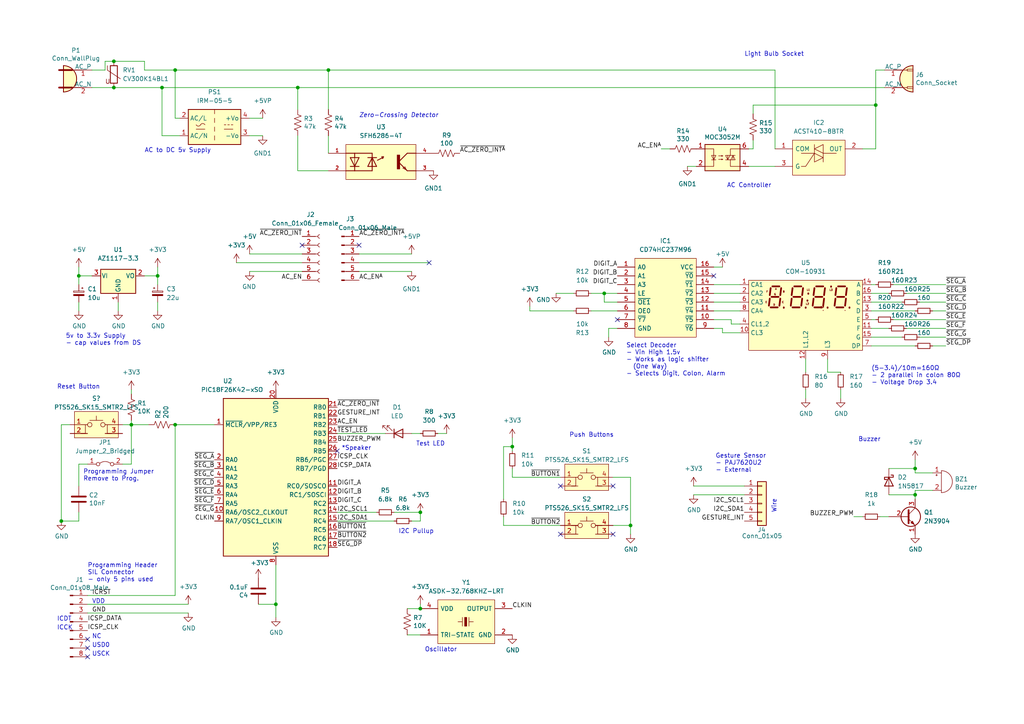
<source format=kicad_sch>
(kicad_sch (version 20210621) (generator eeschema)
  (paper "A4")
  (title_block (title "Sunrise Alarm Clock - ece411") (date "2021-11-07") (rev "V0.6"))
  (lib_symbols
    (symbol "Connector:Conn_01x06_Female" (pin_names (offset 1.016) hide)
      (property "Reference" "J" (at 0 7.62 0))
      (property "Value" "Conn_01x06_Female" (at 0 -10.16 0))
      (symbol "Conn_01x06_Female_1_1"
        (pin passive line (at -5.08 5.08 0) (length 3.81) (name "Pin_1") (number "1"))
        (pin passive line (at -5.08 2.54 0) (length 3.81) (name "Pin_2") (number "2"))
        (pin passive line (at -5.08 0 0) (length 3.81) (name "Pin_3") (number "3"))
        (pin passive line (at -5.08 -2.54 0) (length 3.81) (name "Pin_4") (number "4"))
        (pin passive line (at -5.08 -5.08 0) (length 3.81) (name "Pin_5") (number "5"))
        (pin passive line (at -5.08 -7.62 0) (length 3.81) (name "Pin_6") (number "6"))
      )
    )
    (symbol "Connector:Conn_01x06_Male" (pin_names (offset 1.016) hide)
      (property "Reference" "J" (at 0 7.62 0))
      (property "Value" "Conn_01x06_Male" (at 0 -10.16 0))
      (symbol "Conn_01x06_Male_1_1"
        (pin passive line (at 5.08 5.08 180) (length 3.81) (name "Pin_1") (number "1"))
        (pin passive line (at 5.08 2.54 180) (length 3.81) (name "Pin_2") (number "2"))
        (pin passive line (at 5.08 0 180) (length 3.81) (name "Pin_3") (number "3"))
        (pin passive line (at 5.08 -2.54 180) (length 3.81) (name "Pin_4") (number "4"))
        (pin passive line (at 5.08 -5.08 180) (length 3.81) (name "Pin_5") (number "5"))
        (pin passive line (at 5.08 -7.62 180) (length 3.81) (name "Pin_6") (number "6"))
      )
    )
    (symbol "Connector:Conn_01x08_Male" (pin_names (offset 1.016) hide)
      (property "Reference" "J" (at 0 10.16 0))
      (property "Value" "Conn_01x08_Male" (at 0 -12.7 0))
      (symbol "Conn_01x08_Male_1_1"
        (pin passive line (at 5.08 7.62 180) (length 3.81) (name "Pin_1") (number "1"))
        (pin passive line (at 5.08 5.08 180) (length 3.81) (name "Pin_2") (number "2"))
        (pin passive line (at 5.08 2.54 180) (length 3.81) (name "Pin_3") (number "3"))
        (pin passive line (at 5.08 0 180) (length 3.81) (name "Pin_4") (number "4"))
        (pin passive line (at 5.08 -2.54 180) (length 3.81) (name "Pin_5") (number "5"))
        (pin passive line (at 5.08 -5.08 180) (length 3.81) (name "Pin_6") (number "6"))
        (pin passive line (at 5.08 -7.62 180) (length 3.81) (name "Pin_7") (number "7"))
        (pin passive line (at 5.08 -10.16 180) (length 3.81) (name "Pin_8") (number "8"))
      )
    )
    (symbol "Connector:Conn_WallPlug" (pin_names (offset 0))
      (property "Reference" "P" (at -1.27 4.445 0))
      (property "Value" "Conn_WallPlug" (at -5.715 0 90))
      (symbol "Conn_WallPlug_1_1"
        (pin power_out line (at 5.08 2.54 180) (length 5.08) (name "AC_P") (number "1"))
        (pin power_out line (at 5.08 -2.54 180) (length 5.08) (name "AC_N") (number "2"))
      )
    )
    (symbol "Connector:Conn_WallSocket" (pin_names (offset 0))
      (property "Reference" "J" (at 1.27 4.445 0))
      (property "Value" "Conn_WallSocket" (at 5.08 0 90))
      (symbol "Conn_WallSocket_1_1"
        (pin power_in line (at -5.08 2.54 0) (length 5.08) (name "AC_P") (number "1"))
        (pin power_in line (at -5.08 -2.54 0) (length 5.08) (name "AC_N") (number "2"))
      )
    )
    (symbol "Connector_Generic:Conn_01x05" (pin_names (offset 1.016) hide)
      (property "Reference" "J" (at 0 7.62 0))
      (property "Value" "Conn_01x05" (at 0 -7.62 0))
      (symbol "Conn_01x05_1_1"
        (pin passive line (at -5.08 5.08 0) (length 3.81) (name "Pin_1") (number "1"))
        (pin passive line (at -5.08 2.54 0) (length 3.81) (name "Pin_2") (number "2"))
        (pin passive line (at -5.08 0 0) (length 3.81) (name "Pin_3") (number "3"))
        (pin passive line (at -5.08 -2.54 0) (length 3.81) (name "Pin_4") (number "4"))
        (pin passive line (at -5.08 -5.08 0) (length 3.81) (name "Pin_5") (number "5"))
      )
    )
    (symbol "Converter_ACDC:IRM-05-5"
      (property "Reference" "PS" (at 0 6.35 0))
      (property "Value" "IRM-05-5" (at 0 -6.35 0))
      (symbol "IRM-05-5_1_1"
        (pin power_in line (at -10.16 -2.54 0) (length 2.54) (name "AC/N") (number "1"))
        (pin power_in line (at -10.16 2.54 0) (length 2.54) (name "AC/L") (number "2"))
        (pin power_out line (at 10.16 -2.54 180) (length 2.54) (name "-Vo") (number "3"))
        (pin power_out line (at 10.16 2.54 180) (length 2.54) (name "+Vo") (number "4"))
      )
    )
    (symbol "Custom:ACST410-8BTR" (pin_names (offset 0.762))
      (property "Reference" "IC?" (at 12.7 6.731 0))
      (property "Value" "ACST410-8BTR" (at 12.7 4.4196 0))
      (symbol "ACST410-8BTR_0_0"
        (pin passive line (at 0 0 0) (length 5.08) (name "COM") (number "1"))
        (pin power_out line (at 25.4 0 180) (length 5.08) (name "OUT") (number "2"))
        (pin passive line (at 0 -5.08 0) (length 5.08) (name "G") (number "3"))
      )
    )
    (symbol "Custom:ASDK-32.768KHZ-LRT" (pin_names (offset 0.762))
      (property "Reference" "Y1" (at 19.05 7.62 0))
      (property "Value" "ASDK-32.768KHZ-LRT" (at 19.05 5.08 0))
      (symbol "ASDK-32.768KHZ-LRT_0_0"
        (pin passive line (at 0 -7.62 0) (length 5.08) (name "TRI-STATE") (number "1"))
        (pin passive line (at 26.67 -7.62 180) (length 5.08) (name "GND") (number "2"))
        (pin passive line (at 26.67 0 180) (length 5.08) (name "OUTPUT") (number "3"))
        (pin power_in line (at 0 0 0) (length 5.08) (name "VDD") (number "4"))
      )
    )
    (symbol "Custom:COM-10931"
      (property "Reference" "U" (at 1.27 19.05 0))
      (property "Value" "COM-10931" (at 26.67 19.05 0))
      (symbol "COM-10931_0_0"
        (pin input line (at -2.54 16.51 0) (length 2.54) (name "CA1") (number "1"))
        (pin input line (at -2.54 2.54 0) (length 2.54) (name "CL3") (number "10"))
        (pin output line (at 35.56 3.81 180) (length 2.54) (name "F") (number "11"))
        (pin output line (at 16.51 -5.08 90) (length 2.54) (name "L1,L2") (number "12"))
        (pin output line (at 35.56 11.43 180) (length 2.54) (name "C") (number "13"))
        (pin output line (at 35.56 16.51 180) (length 2.54) (name "A") (number "14"))
        (pin output line (at 35.56 1.27 180) (length 2.54) (name "G") (number "15"))
        (pin output line (at 35.56 13.97 180) (length 2.54) (name "B") (number "16"))
        (pin input line (at -2.54 13.97 0) (length 2.54) (name "CA2") (number "2"))
        (pin output line (at 35.56 8.89 180) (length 2.54) (name "D") (number "3"))
        (pin input line (at -2.54 5.08 0) (length 2.54) (name "CL1,2") (number "4"))
        (pin output line (at 35.56 6.35 180) (length 2.54) (name "E") (number "5"))
        (pin input line (at -2.54 11.43 0) (length 2.54) (name "CA3") (number "6"))
        (pin output line (at 35.56 -1.27 180) (length 2.54) (name "DP") (number "7"))
        (pin input line (at -2.54 8.89 0) (length 2.54) (name "CA4") (number "8"))
        (pin output line (at 22.86 -5.08 90) (length 2.54) (name "L3") (number "9"))
      )
      (symbol "COM-10931_1_0"
        (text "A" (at 7.874 15.24 0) (effects (font (size 0.508 0.508))))
        (text "B" (at 10.16 14.478 0) (effects (font (size 0.508 0.508))))
        (text "C" (at 9.906 11.43 0) (effects (font (size 0.508 0.508))))
        (text "D" (at 7.366 10.668 0) (effects (font (size 0.508 0.508))))
        (text "DP" (at 21.336 9.906 0) (effects (font (size 0.508 0.508))))
        (text "E" (at 5.08 11.43 0) (effects (font (size 0.508 0.508))))
        (text "F" (at 5.334 14.478 0) (effects (font (size 0.508 0.508))))
        (text "G" (at 7.62 13.716 0) (effects (font (size 0.508 0.508))))
        (text "L1" (at 17.272 14.986 0) (effects (font (size 0.508 0.508))))
        (text "L2" (at 17.018 10.922 0) (effects (font (size 0.508 0.508))))
        (text "L3" (at 23.876 14.986 0) (effects (font (size 0.508 0.508))))
      )
    )
    (symbol "Custom:PTS526_SK15_SMTR2_LFS" (pin_names (offset 0.762))
      (property "Reference" "S?" (at 15.24 7.62 0))
      (property "Value" "PTS526_SK15_SMTR2_LFS" (at 15.24 5.08 0))
      (symbol "PTS526_SK15_SMTR2_LFS_0_0"
        (pin passive line (at 7.62 0 0) (length 5.08) (name "") (number "1"))
        (pin passive line (at 7.62 -2.54 0) (length 5.08) (name "") (number "2"))
        (pin passive line (at 22.86 -2.54 180) (length 5.08) (name "") (number "3"))
        (pin passive line (at 22.86 0 180) (length 5.08) (name "") (number "4"))
      )
    )
    (symbol "Custom:SFH6286-4T" (pin_names (offset 1.016) hide)
      (property "Reference" "U3" (at 0 9.398 0))
      (property "Value" "SFH6286-4T" (at 0 7.0866 0))
      (symbol "SFH6286-4T_0_0"
        (pin input line (at -15.24 2.54 0) (length 5.08) (name "~") (number "1"))
        (pin output line (at -15.24 -2.54 0) (length 5.08) (name "~") (number "2"))
        (pin output line (at 15.24 -2.54 180) (length 5.08) (name "~") (number "3"))
        (pin input line (at 15.24 2.54 180) (length 5.08) (name "~") (number "4"))
      )
    )
    (symbol "Device:Buzzer" (pin_names (offset 0.0254) hide)
      (property "Reference" "BZ" (at 3.81 1.27 0))
      (property "Value" "Buzzer" (at 3.81 -1.27 0))
      (symbol "Buzzer_1_1"
        (pin passive line (at -2.54 2.54 0) (length 2.54) (name "-") (number "1"))
        (pin passive line (at -2.54 -2.54 0) (length 2.54) (name "+") (number "2"))
      )
    )
    (symbol "Device:C" (pin_numbers hide) (pin_names (offset 0.254))
      (property "Reference" "C" (at 0.635 2.54 0))
      (property "Value" "C" (at 0.635 -2.54 0))
      (symbol "C_1_1"
        (pin passive line (at 0 3.81 270) (length 2.794) (name "~") (number "1"))
        (pin passive line (at 0 -3.81 90) (length 2.794) (name "~") (number "2"))
      )
    )
    (symbol "Device:C_Polarized_Small" (pin_numbers hide) (pin_names (offset 0.254) hide)
      (property "Reference" "C" (at 0.254 1.778 0))
      (property "Value" "C_Polarized_Small" (at 0.254 -2.032 0))
      (symbol "C_Polarized_Small_1_1"
        (pin passive line (at 0 2.54 270) (length 1.8542) (name "~") (number "1"))
        (pin passive line (at 0 -2.54 90) (length 1.8542) (name "~") (number "2"))
      )
    )
    (symbol "Device:LED" (pin_numbers hide) (pin_names (offset 1.016) hide)
      (property "Reference" "D" (at 0 2.54 0))
      (property "Value" "LED" (at 0 -2.54 0))
      (symbol "LED_1_1"
        (pin passive line (at -3.81 0 0) (length 2.54) (name "K") (number "1"))
        (pin passive line (at 3.81 0 180) (length 2.54) (name "A") (number "2"))
      )
    )
    (symbol "Device:R_Small" (pin_numbers hide) (pin_names (offset 0.254) hide)
      (property "Reference" "R" (at 0.762 0.508 0))
      (property "Value" "R_Small" (at 0.762 -1.016 0))
      (symbol "R_Small_1_1"
        (pin passive line (at 0 2.54 270) (length 0.762) (name "~") (number "1"))
        (pin passive line (at 0 -2.54 90) (length 0.762) (name "~") (number "2"))
      )
    )
    (symbol "Device:R_US" (pin_numbers hide) (pin_names (offset 0))
      (property "Reference" "R" (at 2.54 0 90))
      (property "Value" "R_US" (at -2.54 0 90))
      (symbol "R_US_1_1"
        (pin passive line (at 0 3.81 270) (length 1.27) (name "~") (number "1"))
        (pin passive line (at 0 -3.81 90) (length 1.27) (name "~") (number "2"))
      )
    )
    (symbol "Device:Varistor" (pin_numbers hide) (pin_names (offset 0))
      (property "Reference" "RV" (at 3.175 0 90))
      (property "Value" "Varistor" (at -3.175 0 90))
      (symbol "Varistor_0_0"
        (text "U" (at -1.778 -2.032 0) (effects (font (size 1.27 1.27))))
      )
      (symbol "Varistor_1_1"
        (pin passive line (at 0 3.81 270) (length 1.27) (name "~") (number "1"))
        (pin passive line (at 0 -3.81 90) (length 1.27) (name "~") (number "2"))
      )
    )
    (symbol "Diode:1N5817" (pin_numbers hide) (pin_names (offset 1.016) hide)
      (property "Reference" "D" (at 0 2.54 0))
      (property "Value" "1N5817" (at 0 -2.54 0))
      (symbol "1N5817_1_1"
        (pin passive line (at -3.81 0 0) (length 2.54) (name "K") (number "1"))
        (pin passive line (at 3.81 0 180) (length 2.54) (name "A") (number "2"))
      )
    )
    (symbol "Jumper:Jumper_2_Bridged" (pin_names (offset 0) hide)
      (property "Reference" "JP" (at 0 1.905 0))
      (property "Value" "Jumper_2_Bridged" (at 0 -2.54 0))
      (symbol "Jumper_2_Bridged_1_1"
        (pin passive line (at -5.08 0 0) (length 2.54) (name "A") (number "1"))
        (pin passive line (at 5.08 0 180) (length 2.54) (name "B") (number "2"))
      )
    )
    (symbol "MCU_Microchip_PIC18:PIC18F26K22-xSO"
      (property "Reference" "U" (at -12.7 25.4 0))
      (property "Value" "PIC18F26K22-xSO" (at 12.7 25.4 0))
      (symbol "PIC18F26K22-xSO_1_1"
        (pin input line (at -17.78 15.24 0) (length 2.54) (name "~{MCLR}/VPP/RE3") (number "1"))
        (pin bidirectional line (at -17.78 -10.16 0) (length 2.54) (name "RA6/OSC2_CLKOUT") (number "10"))
        (pin bidirectional line (at 17.78 -2.54 180) (length 2.54) (name "RC0/SOSCO") (number "11"))
        (pin bidirectional line (at 17.78 -5.08 180) (length 2.54) (name "RC1/SOSCI") (number "12"))
        (pin bidirectional line (at 17.78 -7.62 180) (length 2.54) (name "RC2") (number "13"))
        (pin bidirectional line (at 17.78 -10.16 180) (length 2.54) (name "RC3") (number "14"))
        (pin bidirectional line (at 17.78 -12.7 180) (length 2.54) (name "RC4") (number "15"))
        (pin bidirectional line (at 17.78 -15.24 180) (length 2.54) (name "RC5") (number "16"))
        (pin bidirectional line (at 17.78 -17.78 180) (length 2.54) (name "RC6") (number "17"))
        (pin bidirectional line (at 17.78 -20.32 180) (length 2.54) (name "RC7") (number "18"))
        (pin passive line (at 0 -25.4 90) (length 2.54) hide (name "VSS") (number "19"))
        (pin bidirectional line (at -17.78 5.08 0) (length 2.54) (name "RA0") (number "2"))
        (pin power_in line (at 0 25.4 270) (length 2.54) (name "VDD") (number "20"))
        (pin bidirectional line (at 17.78 20.32 180) (length 2.54) (name "RB0") (number "21"))
        (pin bidirectional line (at 17.78 17.78 180) (length 2.54) (name "RB1") (number "22"))
        (pin bidirectional line (at 17.78 15.24 180) (length 2.54) (name "RB2") (number "23"))
        (pin bidirectional line (at 17.78 12.7 180) (length 2.54) (name "RB3") (number "24"))
        (pin bidirectional line (at 17.78 10.16 180) (length 2.54) (name "RB4") (number "25"))
        (pin bidirectional line (at 17.78 7.62 180) (length 2.54) (name "RB5") (number "26"))
        (pin bidirectional line (at 17.78 5.08 180) (length 2.54) (name "RB6/PGC") (number "27"))
        (pin bidirectional line (at 17.78 2.54 180) (length 2.54) (name "RB7/PGD") (number "28"))
        (pin bidirectional line (at -17.78 2.54 0) (length 2.54) (name "RA1") (number "3"))
        (pin bidirectional line (at -17.78 0 0) (length 2.54) (name "RA2") (number "4"))
        (pin bidirectional line (at -17.78 -2.54 0) (length 2.54) (name "RA3") (number "5"))
        (pin bidirectional line (at -17.78 -5.08 0) (length 2.54) (name "RA4") (number "6"))
        (pin bidirectional line (at -17.78 -7.62 0) (length 2.54) (name "RA5") (number "7"))
        (pin power_in line (at 0 -25.4 90) (length 2.54) (name "VSS") (number "8"))
        (pin bidirectional line (at -17.78 -12.7 0) (length 2.54) (name "RA7/OSC1_CLKIN") (number "9"))
      )
    )
    (symbol "Regulator_Linear:AZ1117-3.3" (pin_names (offset 0.254))
      (property "Reference" "U" (at -3.81 3.175 0))
      (property "Value" "AZ1117-3.3" (at 0 3.175 0))
      (symbol "AZ1117-3.3_1_1"
        (pin power_in line (at 0 -7.62 90) (length 2.54) (name "GND") (number "1"))
        (pin power_out line (at 7.62 0 180) (length 2.54) (name "VO") (number "2"))
        (pin power_in line (at -7.62 0 0) (length 2.54) (name "VI") (number "3"))
      )
    )
    (symbol "Relay_SolidState:MOC3052M"
      (property "Reference" "U" (at -5.334 4.826 0))
      (property "Value" "MOC3052M" (at 0 5.08 0))
      (symbol "MOC3052M_1_1"
        (pin passive line (at -7.62 2.54 0) (length 2.54) (name "~") (number "1"))
        (pin passive line (at -7.62 -2.54 0) (length 2.54) (name "~") (number "2"))
        (pin no_connect line (at -5.08 0 0) (length 2.54) hide (name "NC") (number "3"))
        (pin passive line (at 7.62 -2.54 180) (length 2.54) (name "~") (number "4"))
        (pin no_connect line (at 5.08 0 180) (length 2.54) hide (name "NC") (number "5"))
        (pin passive line (at 7.62 2.54 180) (length 2.54) (name "~") (number "6"))
      )
    )
    (symbol "SamacSys_Parts:CD74HC237M96" (pin_names (offset 0.762))
      (property "Reference" "IC" (at 5.08 6.35 0))
      (property "Value" "CD74HC237M96" (at 5.08 3.81 0))
      (symbol "CD74HC237M96_0_0"
        (pin passive line (at 0 0 0) (length 5.08) (name "A0") (number "1"))
        (pin passive line (at 27.94 -15.24 180) (length 5.08) (name "~{Y5}") (number "10"))
        (pin passive line (at 27.94 -12.7 180) (length 5.08) (name "~{Y4}") (number "11"))
        (pin passive line (at 27.94 -10.16 180) (length 5.08) (name "~{Y3}") (number "12"))
        (pin passive line (at 27.94 -7.62 180) (length 5.08) (name "~{Y2}") (number "13"))
        (pin passive line (at 27.94 -5.08 180) (length 5.08) (name "~{Y1}") (number "14"))
        (pin passive line (at 27.94 -2.54 180) (length 5.08) (name "~{Y0}") (number "15"))
        (pin passive line (at 27.94 0 180) (length 5.08) (name "VCC") (number "16"))
        (pin passive line (at 0 -2.54 0) (length 5.08) (name "A1") (number "2"))
        (pin passive line (at 0 -5.08 0) (length 5.08) (name "A3") (number "3"))
        (pin passive line (at 0 -7.62 0) (length 5.08) (name "LE") (number "4"))
        (pin passive line (at 0 -10.16 0) (length 5.08) (name "~{OE1}") (number "5"))
        (pin passive line (at 0 -12.7 0) (length 5.08) (name "OE0") (number "6"))
        (pin passive line (at 0 -15.24 0) (length 5.08) (name "~{Y7}") (number "7"))
        (pin passive line (at 0 -17.78 0) (length 5.08) (name "GND") (number "8"))
        (pin passive line (at 27.94 -17.78 180) (length 5.08) (name "~{Y6}") (number "9"))
      )
    )
    (symbol "Transistor_BJT:2N3904" (pin_names (offset 0) hide)
      (property "Reference" "Q" (at 5.08 1.905 0))
      (property "Value" "2N3904" (at 5.08 0 0))
      (symbol "2N3904_1_1"
        (pin passive line (at 2.54 -5.08 90) (length 2.54) (name "E") (number "1"))
        (pin passive line (at -5.08 0 0) (length 5.715) (name "B") (number "2"))
        (pin passive line (at 2.54 5.08 270) (length 2.54) (name "C") (number "3"))
      )
    )
    (symbol "power:+3.3V" (power) (pin_names (offset 0))
      (property "Value" "+3.3V" (at 0 3.556 0))
      (symbol "+3.3V_1_1"
        (pin power_in line (at 0 0 90) (length 0) hide (name "+3V3") (number "1"))
      )
    )
    (symbol "power:+5V" (power) (pin_names (offset 0))
      (property "Value" "+5V" (at 0 3.556 0))
      (symbol "+5V_1_1"
        (pin power_in line (at 0 0 90) (length 0) hide (name "+5V") (number "1"))
      )
    )
    (symbol "power:+5VP" (power) (pin_names (offset 0))
      (property "Value" "+5VP" (at 0 3.556 0))
      (symbol "+5VP_1_1"
        (pin power_in line (at 0 0 90) (length 0) hide (name "+5VP") (number "1"))
      )
    )
    (symbol "power:GND" (power) (pin_names (offset 0))
      (property "Value" "GND" (at 0 -3.81 0))
      (symbol "GND_1_1"
        (pin power_in line (at 0 0 270) (length 0) hide (name "GND") (number "1"))
      )
    )
    (symbol "power:GND1" (power) (pin_names (offset 0))
      (property "Value" "GND1" (at 0 -3.81 0))
      (symbol "GND1_1_1"
        (pin power_in line (at 0 0 270) (length 0) hide (name "GND1") (number "1"))
      )
    )
  )
  (junction (at 95.25 20.32))
  (junction (at 50.8 123.19))
  (junction (at 121.92 148.59))
  (junction (at 38.1 123.19))
  (junction (at 265.43 135.89))
  (junction (at 80.01 175.26))
  (junction (at 17.78 151.13))
  (junction (at 50.8 20.32))
  (junction (at 45.72 80.01))
  (junction (at 22.86 80.01))
  (junction (at 46.99 25.4))
  (junction (at 148.59 129.54))
  (junction (at 121.92 176.53))
  (junction (at 182.88 152.4))
  (junction (at 175.26 85.09))
  (junction (at 33.02 25.4))
  (junction (at 265.43 143.51))
  (junction (at 33.02 17.78))
  (junction (at 86.36 25.4))
  (junction (at 254 30.48))
  (no_connect (at 97.79 130.81))
  (no_connect (at 25.4 190.5))
  (no_connect (at 179.07 92.71))
  (no_connect (at 104.14 71.12))
  (no_connect (at 87.63 71.12))
  (no_connect (at 124.46 76.2))
  (no_connect (at 25.4 187.96))
  (no_connect (at 25.4 185.42))
  (no_connect (at 207.01 80.01))
  (no_connect (at 177.8 140.97))
  (no_connect (at 177.8 154.94))
  (no_connect (at 162.56 154.94))
  (no_connect (at 162.56 140.97))
  (wire (pts (xy 22.86 151.13) (xy 17.78 151.13)))
  (wire (pts (xy 104.14 76.2) (xy 124.46 76.2)))
  (wire (pts (xy 179.07 90.17) (xy 171.45 90.17)))
  (wire (pts (xy 38.1 134.62) (xy 38.1 123.19)))
  (wire (pts (xy 22.86 151.13) (xy 22.86 148.59)))
  (wire (pts (xy 252.73 82.55) (xy 254 82.55)))
  (wire (pts (xy 209.55 77.47) (xy 207.01 77.47)))
  (wire (pts (xy 17.78 123.19) (xy 17.78 151.13)))
  (wire (pts (xy 252.73 95.25) (xy 257.81 95.25)))
  (wire (pts (xy 252.73 85.09) (xy 257.81 85.09)))
  (wire (pts (xy 30.48 17.78) (xy 30.48 20.32)))
  (wire (pts (xy 22.86 80.01) (xy 26.67 80.01)))
  (wire (pts (xy 22.86 80.01) (xy 22.86 82.55)))
  (wire (pts (xy 22.86 87.63) (xy 22.86 90.17)))
  (wire (pts (xy 255.27 149.86) (xy 257.81 149.86)))
  (wire (pts (xy 87.63 78.74) (xy 72.39 78.74)))
  (wire (pts (xy 257.81 143.51) (xy 265.43 143.51)))
  (wire (pts (xy 207.01 85.09) (xy 214.63 85.09)))
  (wire (pts (xy 240.03 107.95) (xy 243.84 107.95)))
  (wire (pts (xy 118.11 176.53) (xy 121.92 176.53)))
  (wire (pts (xy 207.01 87.63) (xy 214.63 87.63)))
  (wire (pts (xy 252.73 92.71) (xy 254 92.71)))
  (wire (pts (xy 52.07 34.29) (xy 50.8 34.29)))
  (wire (pts (xy 25.4 177.8) (xy 54.61 177.8)))
  (wire (pts (xy 87.63 73.66) (xy 72.39 73.66)))
  (wire (pts (xy 262.89 85.09) (xy 274.32 85.09)))
  (wire (pts (xy 33.02 17.78) (xy 41.91 17.78)))
  (wire (pts (xy 30.48 17.78) (xy 33.02 17.78)))
  (wire (pts (xy 34.29 87.63) (xy 34.29 90.17)))
  (wire (pts (xy 201.168 140.97) (xy 215.9 140.97)))
  (wire (pts (xy 201.168 143.51) (xy 215.9 143.51)))
  (wire (pts (xy 207.01 90.17) (xy 214.63 90.17)))
  (wire (pts (xy 247.65 149.86) (xy 250.19 149.86)))
  (wire (pts (xy 50.8 123.19) (xy 50.8 172.72)))
  (wire (pts (xy 95.25 49.53) (xy 86.36 49.53)))
  (wire (pts (xy 254 20.32) (xy 256.54 20.32)))
  (wire (pts (xy 104.14 78.74) (xy 119.38 78.74)))
  (wire (pts (xy 38.1 114.3) (xy 38.1 113.03)))
  (wire (pts (xy 38.1 123.19) (xy 43.18 123.19)))
  (wire (pts (xy 148.59 127) (xy 148.59 129.54)))
  (wire (pts (xy 148.59 129.54) (xy 148.59 130.81)))
  (wire (pts (xy 41.91 80.01) (xy 45.72 80.01)))
  (wire (pts (xy 45.72 80.01) (xy 45.72 82.55)))
  (wire (pts (xy 45.72 87.63) (xy 45.72 90.17)))
  (wire (pts (xy 50.8 123.19) (xy 62.23 123.19)))
  (wire (pts (xy 153.67 90.17) (xy 153.67 88.9)))
  (wire (pts (xy 259.08 92.71) (xy 274.32 92.71)))
  (wire (pts (xy 80.01 175.26) (xy 80.01 163.83)))
  (wire (pts (xy 22.86 134.62) (xy 25.4 134.62)))
  (wire (pts (xy 104.14 73.66) (xy 119.38 73.66)))
  (wire (pts (xy 182.88 154.94) (xy 182.88 152.4)))
  (wire (pts (xy 270.51 90.17) (xy 274.32 90.17)))
  (wire (pts (xy 118.11 184.15) (xy 121.92 184.15)))
  (wire (pts (xy 179.07 95.25) (xy 176.53 95.25)))
  (wire (pts (xy 176.53 95.25) (xy 176.53 97.79)))
  (wire (pts (xy 265.43 135.89) (xy 265.43 137.16)))
  (wire (pts (xy 265.43 137.16) (xy 270.51 137.16)))
  (wire (pts (xy 265.43 133.35) (xy 265.43 135.89)))
  (wire (pts (xy 95.25 44.45) (xy 95.25 39.37)))
  (wire (pts (xy 175.26 87.63) (xy 179.07 87.63)))
  (wire (pts (xy 175.26 85.09) (xy 175.26 87.63)))
  (wire (pts (xy 233.68 104.14) (xy 233.68 107.95)))
  (wire (pts (xy 217.17 48.26) (xy 224.79 48.26)))
  (wire (pts (xy 35.56 123.19) (xy 38.1 123.19)))
  (wire (pts (xy 95.25 31.75) (xy 95.25 20.32)))
  (wire (pts (xy 17.78 123.19) (xy 20.32 123.19)))
  (wire (pts (xy 41.91 17.78) (xy 41.91 20.32)))
  (wire (pts (xy 212.09 92.71) (xy 212.09 93.98)))
  (wire (pts (xy 212.09 93.98) (xy 214.63 93.98)))
  (wire (pts (xy 207.01 92.71) (xy 212.09 92.71)))
  (wire (pts (xy 74.93 175.26) (xy 80.01 175.26)))
  (wire (pts (xy 153.67 90.17) (xy 166.37 90.17)))
  (wire (pts (xy 270.51 100.33) (xy 274.32 100.33)))
  (wire (pts (xy 218.44 43.18) (xy 218.44 40.64)))
  (wire (pts (xy 209.55 96.52) (xy 214.63 96.52)))
  (wire (pts (xy 22.86 134.62) (xy 22.86 140.97)))
  (wire (pts (xy 243.84 113.03) (xy 243.84 115.57)))
  (wire (pts (xy 25.4 172.72) (xy 50.8 172.72)))
  (wire (pts (xy 191.77 43.18) (xy 194.31 43.18)))
  (wire (pts (xy 252.73 97.79) (xy 261.62 97.79)))
  (wire (pts (xy 121.92 148.59) (xy 121.92 151.13)))
  (wire (pts (xy 46.99 39.37) (xy 46.99 25.4)))
  (wire (pts (xy 97.79 151.13) (xy 114.3 151.13)))
  (wire (pts (xy 119.38 151.13) (xy 121.92 151.13)))
  (wire (pts (xy 201.93 48.26) (xy 199.39 48.26)))
  (wire (pts (xy 240.03 104.14) (xy 240.03 107.95)))
  (wire (pts (xy 97.79 148.59) (xy 109.22 148.59)))
  (wire (pts (xy 114.3 148.59) (xy 121.92 148.59)))
  (wire (pts (xy 121.92 175.26) (xy 121.92 176.53)))
  (wire (pts (xy 33.02 25.4) (xy 46.99 25.4)))
  (wire (pts (xy 266.7 87.63) (xy 274.32 87.63)))
  (wire (pts (xy 119.38 125.73) (xy 121.92 125.73)))
  (wire (pts (xy 97.79 125.73) (xy 111.76 125.73)))
  (wire (pts (xy 45.72 77.47) (xy 45.72 80.01)))
  (wire (pts (xy 209.55 96.52) (xy 209.55 95.25)))
  (wire (pts (xy 209.55 95.25) (xy 207.01 95.25)))
  (wire (pts (xy 262.89 95.25) (xy 274.32 95.25)))
  (wire (pts (xy 217.17 43.18) (xy 218.44 43.18)))
  (wire (pts (xy 86.36 49.53) (xy 86.36 39.37)))
  (wire (pts (xy 72.39 34.29) (xy 76.2 34.29)))
  (wire (pts (xy 266.7 97.79) (xy 274.32 97.79)))
  (wire (pts (xy 252.73 87.63) (xy 261.62 87.63)))
  (wire (pts (xy 30.48 20.32) (xy 26.67 20.32)))
  (wire (pts (xy 207.01 82.55) (xy 214.63 82.55)))
  (wire (pts (xy 161.29 85.09) (xy 166.37 85.09)))
  (wire (pts (xy 80.01 179.07) (xy 80.01 175.26)))
  (wire (pts (xy 218.44 33.02) (xy 218.44 30.48)))
  (wire (pts (xy 218.44 30.48) (xy 254 30.48)))
  (wire (pts (xy 257.81 135.89) (xy 265.43 135.89)))
  (wire (pts (xy 86.36 25.4) (xy 256.54 25.4)))
  (wire (pts (xy 46.99 25.4) (xy 86.36 25.4)))
  (wire (pts (xy 68.58 76.2) (xy 87.63 76.2)))
  (wire (pts (xy 52.07 39.37) (xy 46.99 39.37)))
  (wire (pts (xy 250.19 43.18) (xy 254 43.18)))
  (wire (pts (xy 177.8 138.43) (xy 182.88 138.43)))
  (wire (pts (xy 182.88 138.43) (xy 182.88 152.4)))
  (wire (pts (xy 182.88 152.4) (xy 177.8 152.4)))
  (wire (pts (xy 26.67 25.4) (xy 33.02 25.4)))
  (wire (pts (xy 50.8 34.29) (xy 50.8 20.32)))
  (wire (pts (xy 252.73 90.17) (xy 265.43 90.17)))
  (wire (pts (xy 95.25 20.32) (xy 224.79 20.32)))
  (wire (pts (xy 41.91 20.32) (xy 50.8 20.32)))
  (wire (pts (xy 50.8 20.32) (xy 95.25 20.32)))
  (wire (pts (xy 254 30.48) (xy 254 20.32)))
  (wire (pts (xy 254 43.18) (xy 254 30.48)))
  (wire (pts (xy 233.68 113.03) (xy 233.68 115.57)))
  (wire (pts (xy 35.56 134.62) (xy 38.1 134.62)))
  (wire (pts (xy 25.4 175.26) (xy 54.61 175.26)))
  (wire (pts (xy 148.59 129.54) (xy 146.05 129.54)))
  (wire (pts (xy 146.05 129.54) (xy 146.05 144.78)))
  (wire (pts (xy 179.07 85.09) (xy 175.26 85.09)))
  (wire (pts (xy 175.26 85.09) (xy 171.45 85.09)))
  (wire (pts (xy 86.36 31.75) (xy 86.36 25.4)))
  (wire (pts (xy 38.1 123.19) (xy 38.1 121.92)))
  (wire (pts (xy 224.79 43.18) (xy 224.79 20.32)))
  (wire (pts (xy 22.86 77.47) (xy 22.86 80.01)))
  (wire (pts (xy 270.51 142.24) (xy 265.43 142.24)))
  (wire (pts (xy 265.43 142.24) (xy 265.43 143.51)))
  (wire (pts (xy 265.43 143.51) (xy 265.43 144.78)))
  (wire (pts (xy 146.05 152.4) (xy 162.56 152.4)))
  (wire (pts (xy 146.05 149.86) (xy 146.05 152.4)))
  (wire (pts (xy 127 125.73) (xy 129.54 125.73)))
  (wire (pts (xy 252.73 100.33) (xy 265.43 100.33)))
  (wire (pts (xy 259.08 82.55) (xy 274.32 82.55)))
  (wire (pts (xy 148.59 138.43) (xy 162.56 138.43)))
  (wire (pts (xy 148.59 135.89) (xy 148.59 138.43)))
  (wire (pts (xy 72.39 39.37) (xy 76.2 39.37)))
  (text "Select Decoder\n- Vin High 1.5v\n- Works as logic shifter\n  (One Way)\n- Selects Digit, Colon, Alarm" (at 181.61 109.22 0) (effects (font (size 1.27 1.27)) (justify left bottom)))
  (text "USD0" (at 26.67 187.96 0) (effects (font (size 1.27 1.27)) (justify left bottom)))
  (text "VDD" (at 26.67 175.26 0) (effects (font (size 1.27 1.27)) (justify left bottom)))
  (text "Test LED" (at 120.65 129.54 0) (effects (font (size 1.27 1.27)) (justify left bottom)))
  (text "Buzzer" (at 248.92 128.27 0) (effects (font (size 1.27 1.27)) (justify left bottom)))
  (text "Reset Button" (at 16.51 113.03 0) (effects (font (size 1.27 1.27)) (justify left bottom)))
  (text "Gesture Sensor\n- PAJ7620U2\n- External" (at 207.518 137.16 0) (effects (font (size 1.27 1.27)) (justify left bottom)))
  (text "Light Bulb Socket" (at 215.9 16.51 0) (effects (font (size 1.27 1.27)) (justify left bottom)))
  (text "*Speaker" (at 99.06 130.81 0) (effects (font (size 1.27 1.27)) (justify left bottom)))
  (text "Oscillator" (at 123.19 189.23 0) (effects (font (size 1.27 1.27)) (justify left bottom)))
  (text "ICDT" (at 16.51 180.34 0) (effects (font (size 1.27 1.27)) (justify left bottom)))
  (text "USCK" (at 26.67 190.5 0) (effects (font (size 1.27 1.27)) (justify left bottom)))
  (text "Programming Jumper\nRemove to Prog." (at 24.13 139.7 0) (effects (font (size 1.27 1.27)) (justify left bottom)))
  (text "AC to DC 5v Supply" (at 41.91 44.45 0) (effects (font (size 1.27 1.27)) (justify left bottom)))
  (text "Zero-Crossing Detector" (at 104.14 34.29 0) (effects (font (size 1.27 1.27) italic) (justify left bottom)))
  (text "Wire" (at 225.298 148.844 90) (effects (font (size 1.27 1.27)) (justify left bottom)))
  (text "Programming Header\nSIL Connector\n- only 5 pins used" (at 25.4 168.91 0) (effects (font (size 1.27 1.27)) (justify left bottom)))
  (text "I2C Pullup" (at 115.57 154.94 0) (effects (font (size 1.27 1.27)) (justify left bottom)))
  (text "(5-3.4)/10m=160Ω\n- 2 parallel in colon 80Ω\n- Voltage Drop 3.4\n" (at 252.73 111.76 0) (effects (font (size 1.27 1.27)) (justify left bottom)))
  (text "Push Buttons" (at 165.1 127 0) (effects (font (size 1.27 1.27)) (justify left bottom)))
  (text "NC" (at 26.67 185.42 0) (effects (font (size 1.27 1.27)) (justify left bottom)))
  (text "5v to 3.3v Supply\n- cap values from DS" (at 19.05 100.33 0) (effects (font (size 1.27 1.27)) (justify left bottom)))
  (text "AC Controller" (at 210.82 54.61 0) (effects (font (size 1.27 1.27)) (justify left bottom)))
  (text "ICCK" (at 16.51 182.88 0) (effects (font (size 1.27 1.27)) (justify left bottom)))
  (label "~{BUTTON1}" (at 97.79 153.67 0))
  (label "I2C_SDA1" (at 97.79 151.13 0))
  (label "I2C_SDA1" (at 215.9 148.59 180))
  (label "DIGIT_C" (at 97.79 146.05 0))
  (label "CLKIN" (at 62.23 151.13 180))
  (label "~{AC_ZERO_INT}" (at 97.79 118.11 0))
  (label "~{SEG_G}" (at 62.23 148.59 180))
  (label "~{SEG_F}" (at 274.32 95.25 0))
  (label "I2C_SCL1" (at 215.9 146.05 180))
  (label "~{AC_ZERO_INT^{A}}" (at 133.35 44.45 0))
  (label "~{SEG_E}" (at 62.23 143.51 180))
  (label "GESTURE_INT" (at 215.9 151.13 180))
  (label "DIGIT_B" (at 97.79 143.51 0))
  (label "~{SEG_G}" (at 274.32 97.79 0))
  (label "~{AC_ZERO_INT}" (at 87.63 68.58 180))
  (label "DIGIT_B" (at 179.07 80.01 180))
  (label "ICSP_CLK" (at 97.79 133.35 0))
  (label "ICSP_DATA" (at 97.79 135.89 0))
  (label "ICRST" (at 26.67 172.72 0))
  (label "DIGIT_A" (at 179.07 77.47 180))
  (label "~{BUTTON1}" (at 162.56 138.43 180))
  (label "~{BUTTON2}" (at 97.79 156.21 0))
  (label "~{SEG_A}" (at 62.23 133.35 180))
  (label "~{SEG_DP}" (at 97.79 158.75 0))
  (label "DIGIT_C" (at 179.07 82.55 180))
  (label "~{SEG_E}" (at 274.32 92.71 0))
  (label "~{BUTTON2}" (at 162.56 152.4 180))
  (label "AC_EN" (at 97.79 123.19 0))
  (label "~{SEG_B}" (at 62.23 135.89 180))
  (label "~{TEST_LED}" (at 97.79 125.73 0))
  (label "~{SEG_F}" (at 62.23 146.05 180))
  (label "GND" (at 26.67 177.8 0))
  (label "AC_EN^{A}" (at 191.77 43.18 180))
  (label "GESTURE_INT" (at 97.79 120.65 0))
  (label "~{SEG_C}" (at 274.32 87.63 0))
  (label "~{AC_ZERO_INT^{A}}" (at 104.14 68.58 0))
  (label "ICSP_DATA" (at 25.4 180.34 0))
  (label "CLKIN" (at 148.59 176.53 0))
  (label "ICSP_CLK" (at 25.4 182.88 0))
  (label "~{SEG_A}" (at 274.32 82.55 0))
  (label "~{SEG_C}" (at 62.23 138.43 180))
  (label "AC_EN" (at 87.63 81.28 180))
  (label "AC_EN^{A}" (at 104.14 81.28 0))
  (label "~{SEG_B}" (at 274.32 85.09 0))
  (label "DIGIT_A" (at 97.79 140.97 0))
  (label "BUZZER_PWM" (at 97.79 128.27 0))
  (label "~{SEG_D}" (at 62.23 140.97 180))
  (label "BUZZER_PWM" (at 247.65 149.86 180))
  (label "~{SEG_D}" (at 274.32 90.17 0))
  (label "~{SEG_DP}" (at 274.32 100.33 0))
  (label "I2C_SCL1" (at 97.79 148.59 0))
  (symbol (lib_id "MCU_Microchip_PIC18:PIC18F26K22-xSO") (at 80.01 138.43 0) (unit 1)
    (property "Reference" "U2" (at 66.04 110.49 0))
    (property "Value" "PIC18F26K42-xSO" (at 67.31 113.03 0))
    (property "Footprint" "Package_SO:SOIC-28W_7.5x17.9mm_P1.27mm" (effects hide))
    (property "Datasheet" "http://ww1.microchip.com/downloads/en/DeviceDoc/40001412G.pdf" (effects hide))
  )
  (symbol (lib_id "Relay_SolidState:MOC3052M") (at 209.55 45.72 0) (unit 1)
    (property "Reference" "U4" (at 209.55 37.465 0))
    (property "Value" "MOC3052M" (at 209.55 39.7764 0))
    (property "Datasheet" "https://www.onsemi.com/pub/Collateral/MOC3052M-D.PDF" (effects hide))
  )
  (symbol (lib_id "Connector:Conn_WallPlug") (at 21.59 22.86 0) (unit 1)
    (property "Reference" "P1" (at 22.0218 14.605 0))
    (property "Value" "Conn_WallPlug" (at 22.0218 16.9164 0))
  )
  (symbol (lib_id "Connector:Conn_WallSocket") (at 261.62 22.86 0) (unit 1)
    (property "Reference" "J6" (at 265.5316 21.6916 0) (effects (justify left)))
    (property "Value" "Conn_Socket" (at 265.5316 24.003 0) (effects (justify left)))
  )
  (symbol (lib_id "Device:R_US") (at 38.1 118.11 0) (unit 1)
    (property "Reference" "R1" (at 39.8272 116.9416 0) (effects (justify left)))
    (property "Value" "10K" (at 39.8272 119.253 0) (effects (justify left)))
  )
  (symbol (lib_id "Device:Buzzer") (at 273.05 139.7 0) (unit 1)
    (property "Reference" "BZ1" (at 276.9108 138.9634 0) (effects (justify left)))
    (property "Value" "Buzzer" (at 276.9108 141.2748 0) (effects (justify left)))
  )
  (symbol (lib_id "Device:C") (at 22.86 144.78 0) (unit 1)
    (property "Reference" "C2" (at 25.781 143.6116 0) (effects (justify left)))
    (property "Value" "10nF" (at 25.781 145.923 0) (effects (justify left)))
  )
  (symbol (lib_id "power:GND") (at 17.78 151.13 0) (unit 1)
    (property "Reference" "#PWR01" (effects hide))
    (property "Value" "GND" (at 17.907 155.5242 0))
  )
  (symbol (lib_id "Device:R_US") (at 218.44 36.83 0) (unit 1)
    (property "Reference" "R15" (at 220.1672 35.6616 0) (effects (justify left)))
    (property "Value" "330" (at 220.1672 37.973 0) (effects (justify left)))
  )
  (symbol (lib_id "Device:R_US") (at 198.12 43.18 270) (unit 1)
    (property "Reference" "R14" (at 198.12 37.973 90))
    (property "Value" "330" (at 198.12 40.2844 90))
  )
  (symbol (lib_id "Device:R_US") (at 86.36 35.56 0) (unit 1)
    (property "Reference" "R3" (at 88.0872 34.3916 0) (effects (justify left)))
    (property "Value" "47k" (at 88.0872 36.703 0) (effects (justify left)))
  )
  (symbol (lib_id "Device:R_US") (at 95.25 35.56 0) (unit 1)
    (property "Reference" "R4" (at 96.9772 34.3916 0) (effects (justify left)))
    (property "Value" "47k" (at 96.9772 36.703 0) (effects (justify left)))
  )
  (symbol (lib_id "Device:R_US") (at 129.54 44.45 270) (unit 1)
    (property "Reference" "R9" (at 129.54 39.243 90))
    (property "Value" "100" (at 129.54 41.5544 90))
  )
  (symbol (lib_id "Connector:Conn_01x08_Male") (at 20.32 180.34 0) (unit 1)
    (property "Reference" "J1" (at 23.0632 168.1226 0))
    (property "Value" "Conn_01x08_Male" (at 23.0632 170.434 0))
  )
  (symbol (lib_id "Device:C") (at 74.93 171.45 180) (unit 1)
    (property "Reference" "C4" (at 72.009 172.6184 0) (effects (justify left)))
    (property "Value" "0.1uF" (at 72.009 170.307 0) (effects (justify left)))
  )
  (symbol (lib_id "power:+3.3V") (at 74.93 167.64 0) (unit 1)
    (property "Reference" "#PWR013" (effects hide))
    (property "Value" "+5V" (at 75.311 163.2458 0))
  )
  (symbol (lib_id "power:GND") (at 80.01 179.07 0) (unit 1)
    (property "Reference" "#PWR017" (effects hide))
    (property "Value" "GND" (at 80.137 183.4642 0))
  )
  (symbol (lib_id "Device:R_US") (at 46.99 123.19 90) (unit 1)
    (property "Reference" "R2" (at 45.8216 121.4628 0) (effects (justify left)))
    (property "Value" "200" (at 48.133 121.4628 0) (effects (justify left)))
  )
  (symbol (lib_id "power:GND") (at 54.61 177.8 0) (unit 1)
    (property "Reference" "#PWR09" (effects hide))
    (property "Value" "GND" (at 54.737 182.1942 0))
  )
  (symbol (lib_id "Device:R_Small") (at 168.91 85.09 270) (unit 1)
    (property "Reference" "R12" (at 168.91 78.74 90))
    (property "Value" "10k" (at 168.91 81.28 90))
  )
  (symbol (lib_id "power:+5VP") (at 76.2 34.29 0) (unit 1)
    (property "Reference" "#PWR0102" (effects hide))
    (property "Value" "+5VP" (at 76.2 29.21 0))
  )
  (symbol (lib_id "Device:R_Small") (at 233.68 110.49 0) (unit 1)
    (property "Reference" "R16" (at 236.22 109.2199 0) (effects (justify left)))
    (property "Value" "80" (at 236.22 111.7599 0) (effects (justify left)))
  )
  (symbol (lib_id "Device:R_Small") (at 264.16 87.63 270) (unit 1)
    (property "Reference" "R23" (at 264.16 81.28 90))
    (property "Value" "160" (at 264.16 83.82 90))
  )
  (symbol (lib_id "Device:LED") (at 115.57 125.73 0) (mirror x) (unit 1)
    (property "Reference" "D1" (at 115.189 118.11 0))
    (property "Value" "LED" (at 115.189 120.65 0))
  )
  (symbol (lib_id "power:GND") (at 182.88 154.94 0) (unit 1)
    (property "Reference" "#PWR028" (effects hide))
    (property "Value" "GND" (at 183.007 159.3342 0))
  )
  (symbol (lib_id "power:+3.3V") (at 68.58 76.2 0) (unit 1)
    (property "Reference" "#PWR010" (effects hide))
    (property "Value" "+3.3V" (at 68.58 71.12 0))
  )
  (symbol (lib_id "Custom:COM-10931") (at 217.17 99.06 0) (unit 1)
    (property "Reference" "U5" (at 233.68 76.2 0))
    (property "Value" "COM-10931" (at 233.68 78.74 0))
    (property "Datasheet" "http://cdn.sparkfun.com/datasheets/Components/LED/ATA3492BW_2.pdf" (effects hide))
  )
  (symbol (lib_id "Device:R_Small") (at 148.59 133.35 180) (unit 1)
    (property "Reference" "R11" (at 151.13 132.0799 0) (effects (justify right)))
    (property "Value" "10k" (at 151.13 134.6199 0) (effects (justify right)))
  )
  (symbol (lib_id "Device:R_Small") (at 243.84 110.49 180) (unit 1)
    (property "Reference" "R17" (at 246.38 109.2199 0) (effects (justify right)))
    (property "Value" "160" (at 246.38 111.7599 0) (effects (justify right)))
  )
  (symbol (lib_id "power:GND") (at 233.68 115.57 0) (unit 1)
    (property "Reference" "#PWR034" (effects hide))
    (property "Value" "GND" (at 233.807 119.9642 0))
  )
  (symbol (lib_id "Device:R_Small") (at 260.35 95.25 270) (unit 1)
    (property "Reference" "R22" (at 260.35 88.9 90))
    (property "Value" "160" (at 260.35 91.44 90))
  )
  (symbol (lib_id "Diode:1N5817") (at 257.81 139.7 270) (unit 1)
    (property "Reference" "D2" (at 260.35 138.4299 90) (effects (justify left)))
    (property "Value" "1N5817" (at 260.35 140.9699 90) (effects (justify left)))
    (property "Footprint" "Diode_THT:D_DO-41_SOD81_P10.16mm_Horizontal" (effects hide))
    (property "Datasheet" "http://www.vishay.com/docs/88525/1n5817.pdf" (effects hide))
  )
  (symbol (lib_id "Device:R_Small") (at 116.84 151.13 90) (unit 1)
    (property "Reference" "R6" (at 116.84 144.78 90))
    (property "Value" "6.8k" (at 116.84 147.32 90))
  )
  (symbol (lib_id "power:GND") (at 45.72 90.17 0) (unit 1)
    (property "Reference" "#PWR07" (effects hide))
    (property "Value" "GND" (at 45.847 94.5642 0))
  )
  (symbol (lib_id "Device:R_Small") (at 252.73 149.86 90) (unit 1)
    (property "Reference" "R18" (at 252.73 143.51 90))
    (property "Value" "1k" (at 252.73 146.05 90))
  )
  (symbol (lib_id "power:GND") (at 72.39 78.74 0) (mirror y) (unit 1)
    (property "Reference" "#PWR012" (effects hide))
    (property "Value" "GND" (at 72.263 83.1342 0))
  )
  (symbol (lib_id "Custom:SFH6286-4T") (at 110.49 46.99 0) (unit 1)
    (property "Reference" "U3" (at 110.49 36.83 0))
    (property "Value" "SFH6286-4T" (at 110.49 39.37 0))
    (property "Footprint" "SOIC254P977X460-4N" (effects hide))
    (property "MANUFACTURER" "Vishay" (effects hide))
  )
  (symbol (lib_id "Connector:Conn_01x06_Female") (at 92.71 73.66 0) (unit 1)
    (property "Reference" "J2" (at 88.9 62.2299 0) (effects (justify left)))
    (property "Value" "Conn_01x06_Female" (at 78.74 64.7699 0) (effects (justify left)))
  )
  (symbol (lib_id "Device:R_Small") (at 267.97 100.33 270) (unit 1)
    (property "Reference" "R26" (at 267.97 93.98 90))
    (property "Value" "160" (at 267.97 96.52 90))
  )
  (symbol (lib_id "Custom:ACST410-8BTR") (at 224.79 43.18 0) (unit 1)
    (property "Reference" "IC2" (at 237.49 35.56 0))
    (property "Value" "ACST410-8BTR" (at 237.49 38.1 0))
    (property "Footprint" "ACST4108BTR" (effects hide))
    (property "Datasheet" "https://www.st.com/resource/en/datasheet/acst4.pdf" (effects hide))
    (property "Description" "STMicroelectronics, ACST410-8BTR, TRIAC, 800V 4A, Gate Trigger 1V 10mA, 3-Pin DPAK" (effects hide))
    (property "Height" "2.4" (effects hide))
    (property "Manufacturer_Name" "STMicroelectronics" (effects hide))
    (property "Manufacturer_Part_Number" "ACST410-8BTR" (effects hide))
    (property "Mouser Part Number" "511-ACST410-8BTR" (effects hide))
    (property "Mouser Price/Stock" "https://www.mouser.co.uk/ProductDetail/STMicroelectronics/ACST410-8BTR?qs=SAP8%252B8699SA4xcwG%252BvoKnA%3D%3D" (effects hide))
    (property "Arrow Part Number" "ACST410-8BTR" (effects hide))
    (property "Arrow Price/Stock" "https://www.arrow.com/en/products/acst410-8btr/stmicroelectronics" (effects hide))
  )
  (symbol (lib_id "power:+5V") (at 209.55 77.47 0) (unit 1)
    (property "Reference" "#PWR033" (effects hide))
    (property "Value" "+5V" (at 209.55 73.66 0))
  )
  (symbol (lib_id "power:+3.3V") (at 148.59 127 0) (unit 1)
    (property "Reference" "#PWR024" (effects hide))
    (property "Value" "+3.3V" (at 148.59 121.92 0))
  )
  (symbol (lib_id "power:GND") (at 176.53 97.79 0) (unit 1)
    (property "Reference" "#PWR029" (effects hide))
    (property "Value" "GND" (at 176.657 102.1842 0))
  )
  (symbol (lib_id "Connector_Generic:Conn_01x05") (at 220.98 146.05 0) (unit 1)
    (property "Reference" "J4" (at 219.71 153.6699 0) (effects (justify left)))
    (property "Value" "Conn_01x05" (at 215.138 155.4479 0) (effects (justify left)))
    (property "Footprint" "Connector_Harwin:Harwin_M20-89005xx_1x05_P2.54mm_Horizontal" (effects hide))
  )
  (symbol (lib_id "Custom:PTS526_SK15_SMTR2_LFS") (at 154.94 152.4 0) (unit 1)
    (property "Reference" "S2" (at 170.18 144.78 0))
    (property "Value" "PTS526_SK15_SMTR2_LFS" (at 170.18 147.32 0))
    (property "Footprint" "PTS526SK15SMTR2LFS" (effects hide))
    (property "Datasheet" "https://www.ckswitches.com/media/2780/pts526.pdf" (effects hide))
    (property "Description" "Tact 5.2 x 5.2, 1.5 mm H, 260gf, G leads, No ground pin, metal actuator" (effects hide))
    (property "Height" "1.65" (effects hide))
    (property "Mouser Part Number" "611-PTS526SK15SMR2L" (effects hide))
    (property "Mouser Price/Stock" "https://www.mouser.co.uk/ProductDetail/CK/PTS526-SK15-SMTR2-LFS?qs=UXgszm6BlbF5Ezp94JAQtw%3D%3D" (effects hide))
    (property "Manufacturer_Name" "C & K COMPONENTS" (effects hide))
    (property "Manufacturer_Part_Number" "PTS526 SK15 SMTR2 LFS" (effects hide))
  )
  (symbol (lib_id "Device:R_Small") (at 168.91 90.17 270) (mirror x) (unit 1)
    (property "Reference" "R13" (at 168.91 96.52 90))
    (property "Value" "10k" (at 168.91 93.98 90))
  )
  (symbol (lib_id "power:+3.3V") (at 121.92 148.59 0) (unit 1)
    (property "Reference" "#PWR020" (effects hide))
    (property "Value" "+3.3V" (at 121.92 143.51 0))
  )
  (symbol (lib_id "power:GND1") (at 199.39 48.26 0) (unit 1)
    (property "Reference" "#PWR032" (effects hide))
    (property "Value" "GND1" (at 199.39 53.34 0))
  )
  (symbol (lib_id "SamacSys_Parts:CD74HC237M96") (at 179.07 77.47 0) (unit 1)
    (property "Reference" "IC1" (at 193.04 69.85 0))
    (property "Value" "CD74HC237M96" (at 193.04 72.39 0))
    (property "Footprint" "SOIC127P600X175-16N" (effects hide))
    (property "Datasheet" "http://www.ti.com/lit/gpn/cd74hc237" (effects hide))
    (property "Description" "Texas Instruments CD74HC237M96, Decoder, Demultiplexer, 1-of-8, Non-Inverting, 2  6 V, 16-Pin SOIC" (effects hide))
    (property "Height" "1.75" (effects hide))
    (property "Mouser Part Number" "595-CD74HC237M96" (effects hide))
    (property "Mouser Price/Stock" "https://www.mouser.co.uk/ProductDetail/Texas-Instruments/CD74HC237M96?qs=VolsR0DjNPr8qtKYjCpCEA%3D%3D" (effects hide))
    (property "Manufacturer_Name" "Texas Instruments" (effects hide))
    (property "Manufacturer_Part_Number" "CD74HC237M96" (effects hide))
  )
  (symbol (lib_id "power:GND1") (at 76.2 39.37 0) (unit 1)
    (property "Reference" "#PWR015" (effects hide))
    (property "Value" "GND1" (at 76.2 44.45 0))
  )
  (symbol (lib_id "power:+5V") (at 22.86 77.47 0) (unit 1)
    (property "Reference" "#PWR02" (effects hide))
    (property "Value" "+5V" (at 22.86 72.39 0))
  )
  (symbol (lib_id "power:+3.3V") (at 201.168 140.97 0) (unit 1)
    (property "Reference" "#PWR030" (effects hide))
    (property "Value" "+3.3V" (at 201.168 135.89 0))
  )
  (symbol (lib_id "Transistor_BJT:2N3904") (at 262.89 149.86 0) (unit 1)
    (property "Reference" "Q1" (at 267.97 148.5899 0) (effects (justify left)))
    (property "Value" "2N3904" (at 267.97 151.1299 0) (effects (justify left)))
    (property "Footprint" "Package_TO_SOT_THT:TO-92" (effects hide))
    (property "Datasheet" "https://www.onsemi.com/pub/Collateral/2N3903-D.PDF" (effects hide))
  )
  (symbol (lib_id "Device:R_Small") (at 264.16 97.79 270) (unit 1)
    (property "Reference" "R24" (at 264.16 91.44 90))
    (property "Value" "160" (at 264.16 93.98 90))
  )
  (symbol (lib_id "power:GND") (at 201.168 143.51 0) (unit 1)
    (property "Reference" "#PWR031" (effects hide))
    (property "Value" "GND" (at 201.295 147.9042 0))
  )
  (symbol (lib_id "power:+5VP") (at 119.38 73.66 0) (unit 1)
    (property "Reference" "#PWR0101" (effects hide))
    (property "Value" "+5VP" (at 119.38 68.58 0))
  )
  (symbol (lib_id "Device:R_Small") (at 267.97 90.17 270) (unit 1)
    (property "Reference" "R25" (at 267.97 83.82 90))
    (property "Value" "160" (at 267.97 86.36 90))
  )
  (symbol (lib_id "power:GND1") (at 125.73 49.53 0) (unit 1)
    (property "Reference" "#PWR022" (effects hide))
    (property "Value" "GND1" (at 125.73 54.61 0))
  )
  (symbol (lib_id "Jumper:Jumper_2_Bridged") (at 30.48 134.62 0) (unit 1)
    (property "Reference" "JP1" (at 30.48 128.27 0))
    (property "Value" "Jumper_2_Bridged" (at 30.48 130.81 0))
    (property "Footprint" "TestPoint:TestPoint_2Pads_Pitch2.54mm_Drill0.8mm" (effects hide))
  )
  (symbol (lib_id "power:+5V") (at 265.43 133.35 0) (unit 1)
    (property "Reference" "#PWR036" (effects hide))
    (property "Value" "+5V" (at 265.43 128.27 0))
  )
  (symbol (lib_id "power:+3.3V") (at 80.01 113.03 0) (unit 1)
    (property "Reference" "#PWR016" (effects hide))
    (property "Value" "+3.3V" (at 80.01 107.95 0))
  )
  (symbol (lib_id "Connector:Conn_01x06_Male") (at 99.06 73.66 0) (unit 1)
    (property "Reference" "J3" (at 101.5619 63.5 0))
    (property "Value" "Conn_01x06_Male" (at 106.6419 66.04 0))
  )
  (symbol (lib_id "Device:R_Small") (at 256.54 92.71 270) (unit 1)
    (property "Reference" "R20" (at 256.54 86.36 90))
    (property "Value" "160" (at 256.54 88.9 90))
  )
  (symbol (lib_id "power:+3.3V") (at 121.92 175.26 0) (unit 1)
    (property "Reference" "#PWR021" (effects hide))
    (property "Value" "+3.3V" (at 121.92 170.18 0))
  )
  (symbol (lib_id "Device:R_Small") (at 146.05 147.32 180) (unit 1)
    (property "Reference" "R10" (at 148.59 146.0499 0) (effects (justify right)))
    (property "Value" "10k" (at 148.59 148.5899 0) (effects (justify right)))
  )
  (symbol (lib_id "power:+5V") (at 72.39 73.66 0) (mirror y) (unit 1)
    (property "Reference" "#PWR011" (effects hide))
    (property "Value" "+5V" (at 72.39 68.58 0))
  )
  (symbol (lib_id "Device:R_Small") (at 124.46 125.73 90) (unit 1)
    (property "Reference" "R8" (at 124.46 119.38 90))
    (property "Value" "300" (at 124.46 121.92 90))
  )
  (symbol (lib_id "power:GND") (at 34.29 90.17 0) (unit 1)
    (property "Reference" "#PWR04" (effects hide))
    (property "Value" "GND" (at 34.417 94.5642 0))
  )
  (symbol (lib_id "power:GND") (at 148.59 184.15 0) (unit 1)
    (property "Reference" "#PWR025" (effects hide))
    (property "Value" "GND" (at 148.717 188.5442 0))
  )
  (symbol (lib_id "power:+3.3V") (at 54.61 175.26 0) (unit 1)
    (property "Reference" "#PWR08" (effects hide))
    (property "Value" "+3.3V" (at 54.61 170.18 0))
  )
  (symbol (lib_id "power:GND") (at 161.29 85.09 0) (unit 1)
    (property "Reference" "#PWR027" (effects hide))
    (property "Value" "GND" (at 157.607 86.9442 0))
  )
  (symbol (lib_id "Device:Varistor") (at 33.02 21.59 0) (unit 1)
    (property "Reference" "RV1" (at 35.56 20.3199 0) (effects (justify left)))
    (property "Value" "CV300K14BL1" (at 35.56 22.8599 0) (effects (justify left)))
  )
  (symbol (lib_id "Custom:PTS526_SK15_SMTR2_LFS") (at 12.7 123.19 0) (unit 1)
    (property "Reference" "S?" (at 27.94 115.57 0))
    (property "Value" "PTS526_SK15_SMTR2_LFS" (at 27.94 118.11 0))
    (property "Footprint" "PTS526SK15SMTR2LFS" (effects hide))
    (property "Datasheet" "https://www.ckswitches.com/media/2780/pts526.pdf" (effects hide))
    (property "Description" "Tact 5.2 x 5.2, 1.5 mm H, 260gf, G leads, No ground pin, metal actuator" (effects hide))
    (property "Height" "1.65" (effects hide))
    (property "Mouser Part Number" "611-PTS526SK15SMR2L" (effects hide))
    (property "Mouser Price/Stock" "https://www.mouser.co.uk/ProductDetail/CK/PTS526-SK15-SMTR2-LFS?qs=UXgszm6BlbF5Ezp94JAQtw%3D%3D" (effects hide))
    (property "Manufacturer_Name" "C & K COMPONENTS" (effects hide))
    (property "Manufacturer_Part_Number" "PTS526 SK15 SMTR2 LFS" (effects hide))
  )
  (symbol (lib_id "Device:C_Polarized_Small") (at 22.86 85.09 0) (mirror y) (unit 1)
    (property "Reference" "C1" (at 25.4 83.8199 0) (effects (justify right)))
    (property "Value" "10u" (at 25.4 86.3599 0) (effects (justify right)))
  )
  (symbol (lib_id "power:+3.3V") (at 129.54 125.73 0) (unit 1)
    (property "Reference" "#PWR023" (effects hide))
    (property "Value" "+3.3V" (at 129.54 120.65 0))
  )
  (symbol (lib_id "Device:R_Small") (at 256.54 82.55 270) (unit 1)
    (property "Reference" "R19" (at 256.54 76.2 90))
    (property "Value" "160" (at 256.54 78.74 90))
  )
  (symbol (lib_id "Device:R_Small") (at 111.76 148.59 90) (unit 1)
    (property "Reference" "R5" (at 111.76 142.24 90))
    (property "Value" "6.8k" (at 111.76 144.78 90))
  )
  (symbol (lib_id "Device:R_Small") (at 260.35 85.09 270) (unit 1)
    (property "Reference" "R21" (at 260.35 78.74 90))
    (property "Value" "160" (at 260.35 81.28 90))
  )
  (symbol (lib_id "power:+3.3V") (at 38.1 113.03 0) (unit 1)
    (property "Reference" "#PWR05" (effects hide))
    (property "Value" "+3.3V" (at 38.1 107.95 0))
  )
  (symbol (lib_id "Converter_ACDC:IRM-05-5") (at 62.23 36.83 0) (unit 1)
    (property "Reference" "PS1" (at 62.23 26.67 0))
    (property "Value" "IRM-05-5" (at 62.23 29.21 0))
    (property "Footprint" "Converter_ACDC:Converter_ACDC_MeanWell_IRM-05-xx_THT" (effects hide))
    (property "Datasheet" "https://www.meanwell.com/Upload/PDF/IRM-05/IRM-05-SPEC.PDF" (effects hide))
  )
  (symbol (lib_id "power:GND1") (at 119.38 78.74 0) (unit 1)
    (property "Reference" "#PWR019" (effects hide))
    (property "Value" "GND1" (at 119.38 83.82 0))
  )
  (symbol (lib_id "Custom:ASDK-32.768KHZ-LRT") (at 121.92 176.53 0) (unit 1)
    (property "Reference" "Y1" (at 135.255 168.91 0))
    (property "Value" "ASDK-32.768KHZ-LRT" (at 135.255 171.45 0))
    (property "Footprint" "ASDK32768KHZLRT" (effects hide))
    (property "Datasheet" "https://abracon.com/Support/PackageDrawing/Oscillators/ASDK.PDF" (effects hide))
    (property "Description" "Oscillator XO 0.032768MHz +/-25ppm 15pF CMOS 60% 3.3V 4-Pin SMD T/R" (effects hide))
    (property "Height" "0.95" (effects hide))
    (property "Mouser Part Number" "815-ASDK-32.7K-LRT" (effects hide))
    (property "Mouser Price/Stock" "https://www.mouser.co.uk/ProductDetail/ABRACON/ASDK-32768KHz-LRT?qs=iFuT%252BolKbR5RlVqzp84gTQ%3D%3D" (effects hide))
    (property "Manufacturer_Name" "ABRACON" (effects hide))
    (property "Manufacturer_Part_Number" "ASDK-32.768KHZ-LRT" (effects hide))
  )
  (symbol (lib_id "Regulator_Linear:AZ1117-3.3") (at 34.29 80.01 0) (unit 1)
    (property "Reference" "U1" (at 34.29 72.39 0))
    (property "Value" "AZ1117-3.3" (at 34.29 74.93 0))
    (property "Footprint" "Package_TO_SOT_SMD:SOT-89-3_Handsoldering" (effects hide))
    (property "Datasheet" "https://www.diodes.com/assets/Datasheets/AZ1117.pdf" (effects hide))
  )
  (symbol (lib_id "power:GND") (at 265.43 154.94 0) (unit 1)
    (property "Reference" "#PWR037" (effects hide))
    (property "Value" "GND" (at 265.557 159.3342 0))
  )
  (symbol (lib_id "Device:R_US") (at 118.11 180.34 0) (unit 1)
    (property "Reference" "R7" (at 119.8372 179.1716 0) (effects (justify left)))
    (property "Value" "10K" (at 119.8372 181.483 0) (effects (justify left)))
  )
  (symbol (lib_id "power:GND") (at 243.84 115.57 0) (unit 1)
    (property "Reference" "#PWR035" (effects hide))
    (property "Value" "GND" (at 243.967 119.9642 0))
  )
  (symbol (lib_id "power:GND") (at 22.86 90.17 0) (unit 1)
    (property "Reference" "#PWR03" (effects hide))
    (property "Value" "GND" (at 22.987 94.5642 0))
  )
  (symbol (lib_id "power:+3.3V") (at 45.72 77.47 0) (unit 1)
    (property "Reference" "#PWR06" (effects hide))
    (property "Value" "+3.3V" (at 45.72 72.39 0))
  )
  (symbol (lib_id "Custom:PTS526_SK15_SMTR2_LFS") (at 154.94 138.43 0) (unit 1)
    (property "Reference" "S1" (at 170.18 130.81 0))
    (property "Value" "PTS526_SK15_SMTR2_LFS" (at 170.18 133.35 0))
    (property "Footprint" "PTS526SK15SMTR2LFS" (effects hide))
    (property "Datasheet" "https://www.ckswitches.com/media/2780/pts526.pdf" (effects hide))
    (property "Description" "Tact 5.2 x 5.2, 1.5 mm H, 260gf, G leads, No ground pin, metal actuator" (effects hide))
    (property "Height" "1.65" (effects hide))
    (property "Mouser Part Number" "611-PTS526SK15SMR2L" (effects hide))
    (property "Mouser Price/Stock" "https://www.mouser.co.uk/ProductDetail/CK/PTS526-SK15-SMTR2-LFS?qs=UXgszm6BlbF5Ezp94JAQtw%3D%3D" (effects hide))
    (property "Manufacturer_Name" "C & K COMPONENTS" (effects hide))
    (property "Manufacturer_Part_Number" "PTS526 SK15 SMTR2 LFS" (effects hide))
  )
  (symbol (lib_id "Device:C_Polarized_Small") (at 45.72 85.09 0) (unit 1)
    (property "Reference" "C3" (at 48.26 83.8199 0) (effects (justify left)))
    (property "Value" "22u" (at 48.26 86.3599 0) (effects (justify left)))
  )
  (symbol (lib_id "power:+3.3V") (at 153.67 88.9 0) (unit 1)
    (property "Reference" "#PWR026" (effects hide))
    (property "Value" "+3.3V" (at 153.67 83.82 0))
  )
)
</source>
